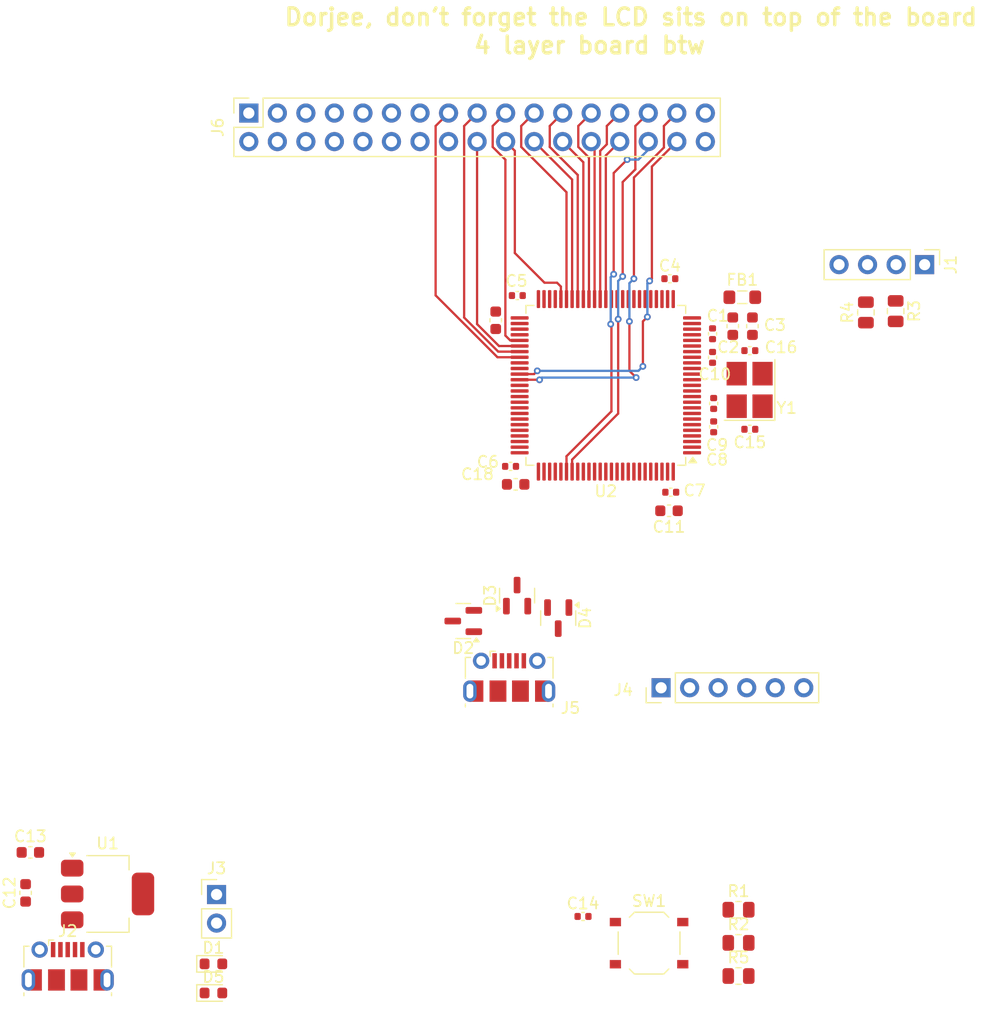
<source format=kicad_pcb>
(kicad_pcb (version 20241229) (generator "pcbnew") (generator_version "9.0")
  (layers (0 "F.Cu" signal) (4 "In1.Cu" signal) (6 "In2.Cu" signal) (2 "B.Cu" power) (13 "F.Paste" user) (15 "B.Paste" user) (5 "F.SilkS" user "F.Silkscreen") (7 "B.SilkS" user "B.Silkscreen") (1 "F.Mask" user) (3 "B.Mask" user) (25 "Edge.Cuts" user))
  (net 0 "")
  (net 1 "GND")
  (net 2 "+3.3VA")
  (net 3 "+3.3V")
  (net 4 "+5V")
  (net 5 "/SWD_NRST")
  (net 6 "/HSE_IN")
  (net 7 "/HSE_OUT")
  (net 8 "/VCAP1")
  (net 9 "/VCAP2")
  (net 10 "Net-(D1-K)")
  (net 11 "/USB_OTG_FS_VBUS")
  (net 12 "/USB_OTG_FS_D-")
  (net 13 "/USB_OTG_FS_D+")
  (net 14 "Net-(D5-A)")
  (net 15 "/USART2_RX")
  (net 16 "/USART2_TX")
  (net 26 "/SWDIO")
  (net 36 "/FMC_A16")
  (net 38 "/FMC_NOE")
  (net 39 "/LCD_NRST")
  (net 40 "/FMC_D12")
  (net 42 "/FMC_D14")
  (net 43 "/FMC_D13")
  (net 44 "/FMC_D9")
  (net 45 "/FMC_D6")
  (net 46 "/TP_SDI")
  (net 47 "/FMC_D8")
  (net 48 "/TP_IRQ")
  (net 49 "/FMC_NE1")
  (net 50 "/FMC_D7")
  (net 51 "/FMC_D3")
  (net 52 "/FMC_D15")
  (net 53 "/TP_SCK")
  (net 55 "/TP_CS")
  (net 56 "/FMC_D5")
  (net 57 "/BL_PWM")
  (net 58 "/FMC_D1")
  (net 59 "/TP_SDO")
  (net 60 "/FMC_D4")
  (net 61 "/FMC_D11")
  (net 62 "/FMC_D10")
  (net 63 "/FMC_D2")
  (net 64 "/FMC_NWE")
  (net 65 "/FMC_D0")
  (net 66 "/BOOT0")
  (net 67 "Net-(U2-PC9)")
  (net 109 "/SWDO")
  (net 110 "/SWDCLK")
  (net 113 "Net-(J1-Pin_3)")
  (net 114 "Net-(J1-Pin_2)")
  (footprint "Capacitor_SMD:C_0402_1005Metric" (layer "F.Cu") (at 192.5 77.5 -90)
    (property "Reference" "C9" (at 3.7 -0.3 0) (layer "F.SilkS"))
    (property "Value" "100n")
    (pad "1" smd roundrect (at -0.48 0 270) (size 0.56 0.62) (layers "F.Cu" "F.Mask" "F.Paste") (net 3 "+3.3V"))
    (pad "2" smd roundrect (at 0.48 0 270) (size 0.56 0.62) (layers "F.Cu" "F.Mask" "F.Paste") (net 1 "GND"))
  )
  (footprint "Capacitor_SMD:C_0603_1608Metric" (layer "F.Cu") (at 131.675 117.45)
    (property "Reference" "C13" (at 0 -1.43 0) (layer "F.SilkS"))
    (property "Value" "22u")
    (pad "1" smd roundrect (at -0.775 0) (size 0.9 0.95) (layers "F.Cu" "F.Mask" "F.Paste") (net 3 "+3.3V"))
    (pad "2" smd roundrect (at 0.775 0) (size 0.9 0.95) (layers "F.Cu" "F.Mask" "F.Paste") (net 1 "GND"))
  )
  (footprint "Button_Switch_SMD:SW_Push_1P1T_XKB_TS-1187A" (layer "F.Cu") (at 186.75 125.525)
    (property "Reference" "SW1" (at 0 -3.75 0) (layer "F.SilkS"))
    (property "Value" "SW_Push")
    (pad "1" smd rect (at -3 -1.875) (size 1 0.75) (layers "F.Cu" "F.Mask" "F.Paste") (net 1 "GND"))
    (pad "1" smd rect (at 3 -1.875) (size 1 0.75) (layers "F.Cu" "F.Mask" "F.Paste") (net 1 "GND"))
    (pad "2" smd rect (at -3 1.875) (size 1 0.75) (layers "F.Cu" "F.Mask" "F.Paste") (net 5 "/SWD_NRST"))
    (pad "2" smd rect (at 3 1.875) (size 1 0.75) (layers "F.Cu" "F.Mask" "F.Paste") (net 5 "/SWD_NRST"))
  )
  (footprint "Resistor_SMD:R_0805_2012Metric" (layer "F.Cu") (at 208.7 69.2875 -90)
    (property "Reference" "R3" (at 0 -1.65 90) (layer "F.SilkS"))
    (property "Value" "220R")
    (pad "1" smd roundrect (at -0.9125 0 270) (size 1.025 1.4) (layers "F.Cu" "F.Mask" "F.Paste") (roundrect_rratio 0.243902) (net 16 "/USART2_TX"))
    (pad "2" smd roundrect (at 0.9125 0 270) (size 1.025 1.4) (layers "F.Cu" "F.Mask" "F.Paste") (roundrect_rratio 0.243902) (net 114 "Net-(J1-Pin_2)"))
  )
  (footprint "Connector_USB:USB_Micro-B_Molex-105017-0001" (layer "F.Cu") (at 174.3 101.8625)
    (property "Reference" "J5" (at 5.45 2.7375 0) (layer "F.SilkS"))
    (property "Value" "USB_B_Micro")
    (pad "1" smd rect (at -1.3 -1.4625) (size 0.4 1.35) (layers "F.Cu" "F.Mask" "F.Paste") (net 11 "/USB_OTG_FS_VBUS"))
    (pad "2" smd rect (at -0.65 -1.4625) (size 0.4 1.35) (layers "F.Cu" "F.Mask" "F.Paste") (net 12 "/USB_OTG_FS_D-"))
    (pad "3" smd rect (at 0 -1.4625) (size 0.4 1.35) (layers "F.Cu" "F.Mask" "F.Paste") (net 13 "/USB_OTG_FS_D+"))
    (pad "4" smd rect (at 0.65 -1.4625) (size 0.4 1.35) (layers "F.Cu" "F.Mask" "F.Paste"))
    (pad "5" smd rect (at 1.3 -1.4625) (size 0.4 1.35) (layers "F.Cu" "F.Mask" "F.Paste") (net 1 "GND"))
    (pad "6" thru_hole oval (at -3.5 1.2375 180) (size 1.2 1.9) (drill oval 0.6 1.3) (property pad_prop_heatsink) (layers "*.Cu" "*.Mask"))
    (pad "6" smd rect (at -2.9 1.2375) (size 1.2 1.9) (layers "F.Cu" "F.Mask"))
    (pad "6" thru_hole circle (at -2.5 -1.4625) (size 1.45 1.45) (drill 0.85) (property pad_prop_heatsink) (layers "*.Cu" "*.Mask"))
    (pad "6" smd rect (at -1 1.2375) (size 1.5 1.9) (layers "F.Cu" "F.Mask" "F.Paste"))
    (pad "6" smd rect (at 1 1.2375) (size 1.5 1.9) (layers "F.Cu" "F.Mask" "F.Paste"))
    (pad "6" thru_hole circle (at 2.5 -1.4625) (size 1.45 1.45) (drill 0.85) (property pad_prop_heatsink) (layers "*.Cu" "*.Mask"))
    (pad "6" smd rect (at 2.9 1.2375) (size 1.2 1.9) (layers "F.Cu" "F.Mask"))
    (pad "6" thru_hole oval (at 3.5 1.2375) (size 1.2 1.9) (drill oval 0.6 1.3) (property pad_prop_heatsink) (layers "*.Cu" "*.Mask"))
  )
  (footprint "Capacitor_SMD:C_0402_1005Metric" (layer "F.Cu") (at 195.72 79.8 180)
    (property "Reference" "C15" (at 0 -1.16 0) (layer "F.SilkS"))
    (property "Value" "10p")
    (pad "1" smd roundrect (at -0.48 0 180) (size 0.56 0.62) (layers "F.Cu" "F.Mask" "F.Paste") (net 6 "/HSE_IN"))
    (pad "2" smd roundrect (at 0.48 0 180) (size 0.56 0.62) (layers "F.Cu" "F.Mask" "F.Paste") (net 1 "GND"))
  )
  (footprint "Resistor_SMD:R_0805_2012Metric" (layer "F.Cu") (at 194.7125 125.5)
    (property "Reference" "R2" (at 0 -1.65 0) (layer "F.SilkS"))
    (property "Value" "10k")
    (pad "1" smd roundrect (at -0.9125 0) (size 1.025 1.4) (layers "F.Cu" "F.Mask" "F.Paste") (roundrect_rratio 0.243902) (net 1 "GND"))
    (pad "2" smd roundrect (at 0.9125 0) (size 1.025 1.4) (layers "F.Cu" "F.Mask" "F.Paste") (roundrect_rratio 0.243902) (net 66 "/BOOT0"))
  )
  (footprint "Resistor_SMD:R_0805_2012Metric" (layer "F.Cu") (at 194.7125 128.45)
    (property "Reference" "R5" (at 0 -1.65 0) (layer "F.SilkS"))
    (property "Value" "1k")
    (pad "1" smd roundrect (at -0.9125 0) (size 1.025 1.4) (layers "F.Cu" "F.Mask" "F.Paste") (roundrect_rratio 0.243902) (net 67 "Net-(U2-PC9)"))
    (pad "2" smd roundrect (at 0.9125 0) (size 1.025 1.4) (layers "F.Cu" "F.Mask" "F.Paste") (roundrect_rratio 0.243902) (net 14 "Net-(D5-A)"))
  )
  (footprint "Crystal:Crystal_SMD_3225-4Pin_3.2x2.5mm_HandSoldering" (layer "F.Cu") (at 195.7 76.3 90)
    (property "Reference" "Y1" (at -1.6 3.3 0) (layer "F.SilkS"))
    (property "Value" "16MHz")
    (pad "1" smd rect (at -1.45 1.15 90) (size 2.1 1.8) (layers "F.Cu" "F.Mask" "F.Paste") (net 6 "/HSE_IN"))
    (pad "2" smd rect (at 1.45 1.15 90) (size 2.1 1.8) (layers "F.Cu" "F.Mask" "F.Paste") (net 1 "GND"))
    (pad "3" smd rect (at 1.45 -1.15 90) (size 2.1 1.8) (layers "F.Cu" "F.Mask" "F.Paste") (net 7 "/HSE_OUT"))
    (pad "4" smd rect (at -1.45 -1.15 90) (size 2.1 1.8) (layers "F.Cu" "F.Mask" "F.Paste") (net 1 "GND"))
  )
  (footprint "Capacitor_SMD:C_0603_1608Metric" (layer "F.Cu") (at 194.2 70.625 -90)
    (property "Reference" "C2" (at 1.865 0.4 180) (layer "F.SilkS"))
    (property "Value" "10u")
    (pad "1" smd roundrect (at -0.775 0 270) (size 0.9 0.95) (layers "F.Cu" "F.Mask" "F.Paste") (net 2 "+3.3VA"))
    (pad "2" smd roundrect (at 0.775 0 270) (size 0.9 0.95) (layers "F.Cu" "F.Mask" "F.Paste") (net 1 "GND"))
  )
  (footprint "Capacitor_SMD:C_0603_1608Metric" (layer "F.Cu") (at 131.25 121.05 90)
    (property "Reference" "C12" (at 0 -1.43 90) (layer "F.SilkS"))
    (property "Value" "22u")
    (pad "1" smd roundrect (at -0.775 0 90) (size 0.9 0.95) (layers "F.Cu" "F.Mask" "F.Paste") (net 4 "+5V"))
    (pad "2" smd roundrect (at 0.775 0 90) (size 0.9 0.95) (layers "F.Cu" "F.Mask" "F.Paste") (net 1 "GND"))
  )
  (footprint "LED_SMD:LED_0603_1608Metric" (layer "F.Cu") (at 147.97 127.37)
    (property "Reference" "D1" (at 0 -1.43 0) (layer "F.SilkS"))
    (property "Value" "RED")
    (pad "1" smd roundrect (at -0.7875 0) (size 0.875 0.95) (layers "F.Cu" "F.Mask" "F.Paste") (net 10 "Net-(D1-K)"))
    (pad "2" smd roundrect (at 0.7875 0) (size 0.875 0.95) (layers "F.Cu" "F.Mask" "F.Paste") (net 3 "+3.3V"))
  )
  (footprint "Capacitor_SMD:C_0402_1005Metric" (layer "F.Cu") (at 180.87 123.15)
    (property "Reference" "C14" (at 0 -1.16 0) (layer "F.SilkS"))
    (property "Value" "100n")
    (pad "1" smd roundrect (at -0.48 0) (size 0.56 0.62) (layers "F.Cu" "F.Mask" "F.Paste") (net 1 "GND"))
    (pad "2" smd roundrect (at 0.48 0) (size 0.56 0.62) (layers "F.Cu" "F.Mask" "F.Paste") (net 5 "/SWD_NRST"))
  )
  (footprint "Capacitor_SMD:C_0402_1005Metric" (layer "F.Cu") (at 192.5 79.58 90)
    (property "Reference" "C8" (at -2.92 0.3 0) (layer "F.SilkS"))
    (property "Value" "100n")
    (pad "1" smd roundrect (at -0.48 0 90) (size 0.56 0.62) (layers "F.Cu" "F.Mask" "F.Paste") (net 3 "+3.3V"))
    (pad "2" smd roundrect (at 0.48 0 90) (size 0.56 0.62) (layers "F.Cu" "F.Mask" "F.Paste") (net 1 "GND"))
  )
  (footprint "Package_TO_SOT_SMD:SOT-23" (layer "F.Cu") (at 170.2125 96.8625 180)
    (property "Reference" "D2" (at 0 -2.4 0) (layer "F.SilkS"))
    (property "Value" "P6SMB6.8")
    (pad "1" smd roundrect (at -0.9375 -0.95 180) (size 1.475 0.6) (layers "F.Cu" "F.Mask" "F.Paste") (net 1 "GND"))
    (pad "2" smd roundrect (at -0.9375 0.95 180) (size 1.475 0.6) (layers "F.Cu" "F.Mask" "F.Paste") (net 11 "/USB_OTG_FS_VBUS"))
    (pad "3" smd roundrect (at 0.9375 0 180) (size 1.475 0.6) (layers "F.Cu" "F.Mask" "F.Paste"))
  )
  (footprint "Capacitor_SMD:C_0402_1005Metric" (layer "F.Cu") (at 195.72 72.8)
    (property "Reference" "C16" (at 2.78 -0.3 0) (layer "F.SilkS"))
    (property "Value" "10p")
    (pad "1" smd roundrect (at -0.48 0) (size 0.56 0.62) (layers "F.Cu" "F.Mask" "F.Paste") (net 7 "/HSE_OUT"))
    (pad "2" smd roundrect (at 0.48 0) (size 0.56 0.62) (layers "F.Cu" "F.Mask" "F.Paste") (net 1 "GND"))
  )
  (footprint "Capacitor_SMD:C_0603_1608Metric" (layer "F.Cu") (at 174.875 84.7 180)
    (property "Reference" "C18" (at 3.4 0.9 180) (layer "F.SilkS"))
    (property "Value" "2u2")
    (pad "1" smd roundrect (at -0.775 0 180) (size 0.9 0.95) (layers "F.Cu" "F.Mask" "F.Paste") (net 9 "/VCAP2"))
    (pad "2" smd roundrect (at 0.775 0 180) (size 0.9 0.95) (layers "F.Cu" "F.Mask" "F.Paste") (net 1 "GND"))
  )
  (footprint "LED_SMD:LED_0603_1608Metric" (layer "F.Cu") (at 147.97 129.96)
    (property "Reference" "D5" (at 0 -1.43 0) (layer "F.SilkS"))
    (property "Value" "GREEN")
    (pad "1" smd roundrect (at -0.7875 0) (size 0.875 0.95) (layers "F.Cu" "F.Mask" "F.Paste") (net 1 "GND"))
    (pad "2" smd roundrect (at 0.7875 0) (size 0.875 0.95) (layers "F.Cu" "F.Mask" "F.Paste") (net 14 "Net-(D5-A)"))
  )
  (footprint "Package_TO_SOT_SMD:SOT-23" (layer "F.Cu") (at 178.6625 96.6 -90)
    (property "Reference" "D4" (at 0 -2.4 90) (layer "F.SilkS"))
    (property "Value" "P6SMB6.8")
    (pad "1" smd roundrect (at -0.9375 -0.95 270) (size 1.475 0.6) (layers "F.Cu" "F.Mask" "F.Paste") (net 1 "GND"))
    (pad "2" smd roundrect (at -0.9375 0.95 270) (size 1.475 0.6) (layers "F.Cu" "F.Mask" "F.Paste") (net 13 "/USB_OTG_FS_D+"))
    (pad "3" smd roundrect (at 0.9375 0 270) (size 1.475 0.6) (layers "F.Cu" "F.Mask" "F.Paste"))
  )
  (footprint "Capacitor_SMD:C_0402_1005Metric" (layer "F.Cu") (at 175.02 67.9 180)
    (property "Reference" "C5" (at 0.07 1.3 0) (layer "F.SilkS"))
    (property "Value" "100n")
    (pad "1" smd roundrect (at -0.48 0 180) (size 0.56 0.62) (layers "F.Cu" "F.Mask" "F.Paste") (net 3 "+3.3V"))
    (pad "2" smd roundrect (at 0.48 0 180) (size 0.56 0.62) (layers "F.Cu" "F.Mask" "F.Paste") (net 1 "GND"))
  )
  (footprint "Connector_USB:USB_Micro-B_Molex-105017-0001" (layer "F.Cu") (at 135 127.5625)
    (property "Reference" "J2" (at 0 -3.1125 0) (layer "F.SilkS"))
    (property "Value" "USB_B_Micro")
    (pad "1" smd rect (at -1.3 -1.4625) (size 0.4 1.35) (layers "F.Cu" "F.Mask" "F.Paste") (net 4 "+5V"))
    (pad "2" smd rect (at -0.65 -1.4625) (size 0.4 1.35) (layers "F.Cu" "F.Mask" "F.Paste"))
    (pad "3" smd rect (at 0 -1.4625) (size 0.4 1.35) (layers "F.Cu" "F.Mask" "F.Paste"))
    (pad "4" smd rect (at 0.65 -1.4625) (size 0.4 1.35) (layers "F.Cu" "F.Mask" "F.Paste"))
    (pad "5" smd rect (at 1.3 -1.4625) (size 0.4 1.35) (layers "F.Cu" "F.Mask" "F.Paste") (net 1 "GND"))
    (pad "6" thru_hole oval (at -3.5 1.2375 180) (size 1.2 1.9) (drill oval 0.6 1.3) (property pad_prop_heatsink) (layers "*.Cu" "*.Mask"))
    (pad "6" smd rect (at -2.9 1.2375) (size 1.2 1.9) (layers "F.Cu" "F.Mask"))
    (pad "6" thru_hole circle (at -2.5 -1.4625) (size 1.45 1.45) (drill 0.85) (property pad_prop_heatsink) (layers "*.Cu" "*.Mask"))
    (pad "6" smd rect (at -1 1.2375) (size 1.5 1.9) (layers "F.Cu" "F.Mask" "F.Paste"))
    (pad "6" smd rect (at 1 1.2375) (size 1.5 1.9) (layers "F.Cu" "F.Mask" "F.Paste"))
    (pad "6" thru_hole circle (at 2.5 -1.4625) (size 1.45 1.45) (drill 0.85) (property pad_prop_heatsink) (layers "*.Cu" "*.Mask"))
    (pad "6" smd rect (at 2.9 1.2375) (size 1.2 1.9) (layers "F.Cu" "F.Mask"))
    (pad "6" thru_hole oval (at 3.5 1.2375) (size 1.2 1.9) (drill oval 0.6 1.3) (property pad_prop_heatsink) (layers "*.Cu" "*.Mask"))
  )
  (footprint "Package_QFP:LQFP-100_14x14mm_P0.5mm" (layer "F.Cu") (at 182.9 75.89 180)
    (property "Reference" "U2" (at 0 -9.42 0) (layer "F.SilkS"))
    (property "Value" "STM32F429VITx")
    (pad "1" smd roundrect (at -7.675 -6 180) (size 1.6 0.3) (layers "F.Cu" "F.Mask" "F.Paste"))
    (pad "2" smd roundrect (at -7.675 -5.5 180) (size 1.6 0.3) (layers "F.Cu" "F.Mask" "F.Paste"))
    (pad "3" smd roundrect (at -7.675 -5 180) (size 1.6 0.3) (layers "F.Cu" "F.Mask" "F.Paste"))
    (pad "4" smd roundrect (at -7.675 -4.5 180) (size 1.6 0.3) (layers "F.Cu" "F.Mask" "F.Paste"))
    (pad "5" smd roundrect (at -7.675 -4 180) (size 1.6 0.3) (layers "F.Cu" "F.Mask" "F.Paste"))
    (pad "6" smd roundrect (at -7.675 -3.5 180) (size 1.6 0.3) (layers "F.Cu" "F.Mask" "F.Paste") (net 3 "+3.3V"))
    (pad "7" smd roundrect (at -7.675 -3 180) (size 1.6 0.3) (layers "F.Cu" "F.Mask" "F.Paste"))
    (pad "8" smd roundrect (at -7.675 -2.5 180) (size 1.6 0.3) (layers "F.Cu" "F.Mask" "F.Paste"))
    (pad "9" smd roundrect (at -7.675 -2 180) (size 1.6 0.3) (layers "F.Cu" "F.Mask" "F.Paste"))
    (pad "10" smd roundrect (at -7.675 -1.5 180) (size 1.6 0.3) (layers "F.Cu" "F.Mask" "F.Paste") (net 1 "GND"))
    (pad "11" smd roundrect (at -7.675 -1 180) (size 1.6 0.3) (layers "F.Cu" "F.Mask" "F.Paste") (net 3 "+3.3V"))
    (pad "12" smd roundrect (at -7.675 -0.5 180) (size 1.6 0.3) (layers "F.Cu" "F.Mask" "F.Paste") (net 6 "/HSE_IN"))
    (pad "13" smd roundrect (at -7.675 0 180) (size 1.6 0.3) (layers "F.Cu" "F.Mask" "F.Paste") (net 7 "/HSE_OUT"))
    (pad "14" smd roundrect (at -7.675 0.5 180) (size 1.6 0.3) (layers "F.Cu" "F.Mask" "F.Paste") (net 5 "/SWD_NRST"))
    (pad "15" smd roundrect (at -7.675 1 180) (size 1.6 0.3) (layers "F.Cu" "F.Mask" "F.Paste"))
    (pad "16" smd roundrect (at -7.675 1.5 180) (size 1.6 0.3) (layers "F.Cu" "F.Mask" "F.Paste"))
    (pad "17" smd roundrect (at -7.675 2 180) (size 1.6 0.3) (layers "F.Cu" "F.Mask" "F.Paste"))
    (pad "18" smd roundrect (at -7.675 2.5 180) (size 1.6 0.3) (layers "F.Cu" "F.Mask" "F.Paste"))
    (pad "19" smd roundrect (at -7.675 3 180) (size 1.6 0.3) (layers "F.Cu" "F.Mask" "F.Paste") (net 3 "+3.3V"))
    (pad "20" smd roundrect (at -7.675 3.5 180) (size 1.6 0.3) (layers "F.Cu" "F.Mask" "F.Paste") (net 1 "GND"))
    (pad "21" smd roundrect (at -7.675 4 180) (size 1.6 0.3) (layers "F.Cu" "F.Mask" "F.Paste") (net 2 "+3.3VA"))
    (pad "22" smd roundrect (at -7.675 4.5 180) (size 1.6 0.3) (layers "F.Cu" "F.Mask" "F.Paste") (net 2 "+3.3VA"))
    (pad "23" smd roundrect (at -7.675 5 180) (size 1.6 0.3) (layers "F.Cu" "F.Mask" "F.Paste"))
    (pad "24" smd roundrect (at -7.675 5.5 180) (size 1.6 0.3) (layers "F.Cu" "F.Mask" "F.Paste") (net 57 "/BL_PWM"))
    (pad "25" smd roundrect (at -7.675 6 180) (size 1.6 0.3) (layers "F.Cu" "F.Mask" "F.Paste") (net 16 "/USART2_TX"))
    (pad "26" smd roundrect (at -6 7.675 180) (size 0.3 1.6) (layers "F.Cu" "F.Mask" "F.Paste") (net 15 "/USART2_RX"))
    (pad "27" smd roundrect (at -5.5 7.675 180) (size 0.3 1.6) (layers "F.Cu" "F.Mask" "F.Paste") (net 1 "GND"))
    (pad "28" smd roundrect (at -5 7.675 180) (size 0.3 1.6) (layers "F.Cu" "F.Mask" "F.Paste") (net 3 "+3.3V"))
    (pad "29" smd roundrect (at -4.5 7.675 180) (size 0.3 1.6) (layers "F.Cu" "F.Mask" "F.Paste") (net 55 "/TP_CS"))
    (pad "30" smd roundrect (at -4 7.675 180) (size 0.3 1.6) (layers "F.Cu" "F.Mask" "F.Paste") (net 53 "/TP_SCK"))
    (pad "31" smd roundrect (at -3.5 7.675 180) (size 0.3 1.6) (layers "F.Cu" "F.Mask" "F.Paste") (net 59 "/TP_SDO"))
    (pad "32" smd roundrect (at -3 7.675 180) (size 0.3 1.6) (layers "F.Cu" "F.Mask" "F.Paste") (net 46 "/TP_SDI"))
    (pad "33" smd roundrect (at -2.5 7.675 180) (size 0.3 1.6) (layers "F.Cu" "F.Mask" "F.Paste") (net 48 "/TP_IRQ"))
    (pad "34" smd roundrect (at -2 7.675 180) (size 0.3 1.6) (layers "F.Cu" "F.Mask" "F.Paste"))
    (pad "35" smd roundrect (at -1.5 7.675 180) (size 0.3 1.6) (layers "F.Cu" "F.Mask" "F.Paste"))
    (pad "36" smd roundrect (at -1 7.675 180) (size 0.3 1.6) (layers "F.Cu" "F.Mask" "F.Paste"))
    (pad "37" smd roundrect (at -0.5 7.675 180) (size 0.3 1.6) (layers "F.Cu" "F.Mask" "F.Paste"))
    (pad "38" smd roundrect (at 0 7.675 180) (size 0.3 1.6) (layers "F.Cu" "F.Mask" "F.Paste") (net 60 "/FMC_D4"))
    (pad "39" smd roundrect (at 0.5 7.675 180) (size 0.3 1.6) (layers "F.Cu" "F.Mask" "F.Paste") (net 56 "/FMC_D5"))
    (pad "40" smd roundrect (at 1 7.675 180) (size 0.3 1.6) (layers "F.Cu" "F.Mask" "F.Paste") (net 45 "/FMC_D6"))
    (pad "41" smd roundrect (at 1.5 7.675 180) (size 0.3 1.6) (layers "F.Cu" "F.Mask" "F.Paste") (net 50 "/FMC_D7"))
    (pad "42" smd roundrect (at 2 7.675 180) (size 0.3 1.6) (layers "F.Cu" "F.Mask" "F.Paste") (net 47 "/FMC_D8"))
    (pad "43" smd roundrect (at 2.5 7.675 180) (size 0.3 1.6) (layers "F.Cu" "F.Mask" "F.Paste") (net 44 "/FMC_D9"))
    (pad "44" smd roundrect (at 3 7.675 180) (size 0.3 1.6) (layers "F.Cu" "F.Mask" "F.Paste") (net 62 "/FMC_D10"))
    (pad "45" smd roundrect (at 3.5 7.675 180) (size 0.3 1.6) (layers "F.Cu" "F.Mask" "F.Paste") (net 61 "/FMC_D11"))
    (pad "46" smd roundrect (at 4 7.675 180) (size 0.3 1.6) (layers "F.Cu" "F.Mask" "F.Paste") (net 40 "/FMC_D12"))
    (pad "47" smd roundrect (at 4.5 7.675 180) (size 0.3 1.6) (layers "F.Cu" "F.Mask" "F.Paste"))
    (pad "48" smd roundrect (at 5 7.675 180) (size 0.3 1.6) (layers "F.Cu" "F.Mask" "F.Paste"))
    (pad "49" smd roundrect (at 5.5 7.675 180) (size 0.3 1.6) (layers "F.Cu" "F.Mask" "F.Paste") (net 8 "/VCAP1"))
    (pad "50" smd roundrect (at 6 7.675 180) (size 0.3 1.6) (layers "F.Cu" "F.Mask" "F.Paste") (net 3 "+3.3V"))
    (pad "51" smd roundrect (at 7.675 6 180) (size 1.6 0.3) (layers "F.Cu" "F.Mask" "F.Paste"))
    (pad "52" smd roundrect (at 7.675 5.5 180) (size 1.6 0.3) (layers "F.Cu" "F.Mask" "F.Paste"))
    (pad "53" smd roundrect (at 7.675 5 180) (size 1.6 0.3) (layers "F.Cu" "F.Mask" "F.Paste"))
    (pad "54" smd roundrect (at 7.675 4.5 180) (size 1.6 0.3) (layers "F.Cu" "F.Mask" "F.Paste"))
    (pad "55" smd roundrect (at 7.675 4 180) (size 1.6 0.3) (layers "F.Cu" "F.Mask" "F.Paste") (net 43 "/FMC_D13"))
    (pad "56" smd roundrect (at 7.675 3.5 180) (size 1.6 0.3) (layers "F.Cu" "F.Mask" "F.Paste") (net 42 "/FMC_D14"))
    (pad "57" smd roundrect (at 7.675 3 180) (size 1.6 0.3) (layers "F.Cu" "F.Mask" "F.Paste") (net 52 "/FMC_D15"))
    (pad "58" smd roundrect (at 7.675 2.5 180) (size 1.6 0.3) (layers "F.Cu" "F.Mask" "F.Paste") (net 36 "/FMC_A16"))
    (pad "59" smd roundrect (at 7.675 2 180) (size 1.6 0.3) (layers "F.Cu" "F.Mask" "F.Paste"))
    (pad "60" smd roundrect (at 7.675 1.5 180) (size 1.6 0.3) (layers "F.Cu" "F.Mask" "F.Paste"))
    (pad "61" smd roundrect (at 7.675 1 180) (size 1.6 0.3) (layers "F.Cu" "F.Mask" "F.Paste") (net 65 "/FMC_D0"))
    (pad "62" smd roundrect (at 7.675 0.5 180) (size 1.6 0.3) (layers "F.Cu" "F.Mask" "F.Paste") (net 58 "/FMC_D1"))
    (pad "63" smd roundrect (at 7.675 0 180) (size 1.6 0.3) (layers "F.Cu" "F.Mask" "F.Paste"))
    (pad "64" smd roundrect (at 7.675 -0.5 180) (size 1.6 0.3) (layers "F.Cu" "F.Mask" "F.Paste"))
    (pad "65" smd roundrect (at 7.675 -1 180) (size 1.6 0.3) (layers "F.Cu" "F.Mask" "F.Paste"))
    (pad "66" smd roundrect (at 7.675 -1.5 180) (size 1.6 0.3) (layers "F.Cu" "F.Mask" "F.Paste") (net 67 "Net-(U2-PC9)"))
    (pad "67" smd roundrect (at 7.675 -2 180) (size 1.6 0.3) (layers "F.Cu" "F.Mask" "F.Paste"))
    (pad "68" smd roundrect (at 7.675 -2.5 180) (size 1.6 0.3) (layers "F.Cu" "F.Mask" "F.Paste") (net 11 "/USB_OTG_FS_VBUS"))
    (pad "69" smd roundrect (at 7.675 -3 180) (size 1.6 0.3) (layers "F.Cu" "F.Mask" "F.Paste"))
    (pad "70" smd roundrect (at 7.675 -3.5 180) (size 1.6 0.3) (layers "F.Cu" "F.Mask" "F.Paste") (net 12 "/USB_OTG_FS_D-"))
    (pad "71" smd roundrect (at 7.675 -4 180) (size 1.6 0.3) (layers "F.Cu" "F.Mask" "F.Paste") (net 13 "/USB_OTG_FS_D+"))
    (pad "72" smd roundrect (at 7.675 -4.5 180) (size 1.6 0.3) (layers "F.Cu" "F.Mask" "F.Paste") (net 26 "/SWDIO"))
    (pad "73" smd roundrect (at 7.675 -5 180) (size 1.6 0.3) (layers "F.Cu" "F.Mask" "F.Paste") (net 9 "/VCAP2"))
    (pad "74" smd roundrect (at 7.675 -5.5 180) (size 1.6 0.3) (layers "F.Cu" "F.Mask" "F.Paste") (net 1 "GND"))
    (pad "75" smd roundrect (at 7.675 -6 180) (size 1.6 0.3) (layers "F.Cu" "F.Mask" "F.Paste") (net 3 "+3.3V"))
    (pad "76" smd roundrect (at 6 -7.675 180) (size 0.3 1.6) (layers "F.Cu" "F.Mask" "F.Paste") (net 110 "/SWDCLK"))
    (pad "77" smd roundrect (at 5.5 -7.675 180) (size 0.3 1.6) (layers "F.Cu" "F.Mask" "F.Paste"))
    (pad "78" smd roundrect (at 5 -7.675 180) (size 0.3 1.6) (layers "F.Cu" "F.Mask" "F.Paste"))
    (pad "79" smd roundrect (at 4.5 -7.675 180) (size 0.3 1.6) (layers "F.Cu" "F.Mask" "F.Paste"))
    (pad "80" smd roundrect (at 4 -7.675 180) (size 0.3 1.6) (layers "F.Cu" "F.Mask" "F.Paste"))
    (pad "81" smd roundrect (at 3.5 -7.675 180) (size 0.3 1.6) (layers "F.Cu" "F.Mask" "F.Paste") (net 63 "/FMC_D2"))
    (pad "82" smd roundrect (at 3 -7.675 180) (size 0.3 1.6) (layers "F.Cu" "F.Mask" "F.Paste") (net 51 "/FMC_D3"))
    (pad "83" smd roundrect (at 2.5 -7.675 180) (size 0.3 1.6) (layers "F.Cu" "F.Mask" "F.Paste"))
    (pad "84" smd roundrect (at 2 -7.675 180) (size 0.3 1.6) (layers "F.Cu" "F.Mask" "F.Paste"))
    (pad "85" smd roundrect (at 1.5 -7.675 180) (size 0.3 1.6) (layers "F.Cu" "F.Mask" "F.Paste") (net 38 "/FMC_NOE"))
    (pad "86" smd roundrect (at 1 -7.675 180) (size 0.3 1.6) (layers "F.Cu" "F.Mask" "F.Paste") (net 64 "/FMC_NWE"))
    (pad "87" smd roundrect (at 0.5 -7.675 180) (size 0.3 1.6) (layers "F.Cu" "F.Mask" "F.Paste") (net 39 "/LCD_NRST"))
    (pad "88" smd roundrect (at 0 -7.675 180) (size 0.3 1.6) (layers "F.Cu" "F.Mask" "F.Paste") (net 49 "/FMC_NE1"))
    (pad "89" smd roundrect (at -0.5 -7.675 180) (size 0.3 1.6) (layers "F.Cu" "F.Mask" "F.Paste") (net 109 "/SWDO"))
    (pad "90" smd roundrect (at -1 -7.675 180) (size 0.3 1.6) (layers "F.Cu" "F.Mask" "F.Paste"))
    (pad "91" smd roundrect (at -1.5 -7.675 180) (size 0.3 1.6) (layers "F.Cu" "F.Mask" "F.Paste"))
    (pad "92" smd roundrect (at -2 -7.675 180) (size 0.3 1.6) (layers "F.Cu" "F.Mask" "F.Paste"))
    (pad "93" smd roundrect (at -2.5 -7.675 180) (size 0.3 1.6) (layers "F.Cu" "F.Mask" "F.Paste"))
    (pad "94" smd roundrect (at -3 -7.675 180) (size 0.3 1.6) (layers "F.Cu" "F.Mask" "F.Paste") (net 66 "/BOOT0"))
    (pad "95" smd roundrect (at -3.5 -7.675 180) (size 0.3 1.6) (layers "F.Cu" "F.Mask" "F.Paste"))
    (pad "96" smd roundrect (at -4 -7.675 180) (size 0.3 1.6) (layers "F.Cu" "F.Mask" "F.Paste"))
    (pad "97" smd roundrect (at -4.5 -7.675 180) (size 0.3 1.6) (layers "F.Cu" "F.Mask" "F.Paste"))
    (pad "98" smd roundrect (at -5 -7.675 180) (size 0.3 1.6) (layers "F.Cu" "F.Mask" "F.Paste"))
    (pad "99" smd roundrect (at -5.5 -7.675 180) (size 0.3 1.6) (layers "F.Cu" "F.Mask" "F.Paste") (net 1 "GND"))
    (pad "100" smd roundrect (at -6 -7.675 180) (size 0.3 1.6) (layers "F.Cu" "F.Mask" "F.Paste") (net 3 "+3.3V"))
  )
  (footprint "Package_TO_SOT_SMD:SOT-223-3_TabPin2" (layer "F.Cu") (at 138.55 121.15)
    (property "Reference" "U1" (at 0 -4.5 0) (layer "F.SilkS"))
    (property "Value" "AMS1117-3.3")
    (pad "1" smd roundrect (at -3.15 -2.3) (size 2 1.5) (layers "F.Cu" "F.Mask" "F.Paste") (net 1 "GND"))
    (pad "2" smd roundrect (at -3.15 0) (size 2 1.5) (layers "F.Cu" "F.Mask" "F.Paste") (net 3 "+3.3V"))
    (pad "2" smd roundrect (at 3.15 0) (size 2 3.8) (layers "F.Cu" "F.Mask" "F.Paste") (net 3 "+3.3V"))
    (pad "3" smd roundrect (at -3.15 2.3) (size 2 1.5) (layers "F.Cu" "F.Mask" "F.Paste") (net 4 "+5V"))
  )
  (footprint "Capacitor_SMD:C_0402_1005Metric" (layer "F.Cu") (at 188.6 66.4)
    (property "Reference" "C4" (at 0 -1.16 0) (layer "F.SilkS"))
    (property "Value" "100n")
    (pad "1" smd roundrect (at -0.48 0) (size 0.56 0.62) (layers "F.Cu" "F.Mask" "F.Paste") (net 3 "+3.3V"))
    (pad "2" smd roundrect (at 0.48 0) (size 0.56 0.62) (layers "F.Cu" "F.Mask" "F.Paste") (net 1 "GND"))
  )
  (footprint "Capacitor_SMD:C_0402_1005Metric" (layer "F.Cu") (at 192.4 71.3 -90)
    (property "Reference" "C1" (at -1.6 -0.46 0) (layer "F.SilkS"))
    (property "Value" "100n")
    (pad "1" smd roundrect (at -0.48 0 270) (size 0.56 0.62) (layers "F.Cu" "F.Mask" "F.Paste") (net 2 "+3.3VA"))
    (pad "2" smd roundrect (at 0.48 0 270) (size 0.56 0.62) (layers "F.Cu" "F.Mask" "F.Paste") (net 1 "GND"))
  )
  (footprint "Connector_PinHeader_2.54mm:PinHeader_1x02_P2.54mm_Vertical" (layer "F.Cu") (at 148.25 121.2)
    (property "Reference" "J3" (at 0 -2.33 0) (layer "F.SilkS"))
    (property "Value" "Conn_01x02")
    (pad "1" thru_hole rect (at 0 0) (size 1.7 1.7) (drill 1) (layers "*.Cu" "*.Mask") (net 4 "+5V"))
    (pad "2" thru_hole oval (at 0 2.54) (size 1.7 1.7) (drill 1) (layers "*.Cu" "*.Mask") (net 1 "GND"))
  )
  (footprint "Capacitor_SMD:C_0402_1005Metric" (layer "F.Cu") (at 188.68 85.4 180)
    (property "Reference" "C7" (at -2.12 0.15 0) (layer "F.SilkS"))
    (property "Value" "100n")
    (pad "1" smd roundrect (at -0.48 0 180) (size 0.56 0.62) (layers "F.Cu" "F.Mask" "F.Paste") (net 3 "+3.3V"))
    (pad "2" smd roundrect (at 0.48 0 180) (size 0.56 0.62) (layers "F.Cu" "F.Mask" "F.Paste") (net 1 "GND"))
  )
  (footprint "Connector_PinHeader_2.54mm:PinHeader_1x06_P2.54mm_Vertical" (layer "F.Cu") (at 187.82 102.8 90)
    (property "Reference" "J4" (at -0.2 -3.37 0) (layer "F.SilkS"))
    (property "Value" "Conn_01x06")
    (pad "1" thru_hole rect (at 0 0 90) (size 1.7 1.7) (drill 1) (layers "*.Cu" "*.Mask") (net 3 "+3.3V"))
    (pad "2" thru_hole oval (at 0 2.54 90) (size 1.7 1.7) (drill 1) (layers "*.Cu" "*.Mask") (net 5 "/SWD_NRST"))
    (pad "3" thru_hole oval (at 0 5.08 90) (size 1.7 1.7) (drill 1) (layers "*.Cu" "*.Mask") (net 26 "/SWDIO"))
    (pad "4" thru_hole oval (at 0 7.62 90) (size 1.7 1.7) (drill 1) (layers "*.Cu" "*.Mask") (net 110 "/SWDCLK"))
    (pad "5" thru_hole oval (at 0 10.16 90) (size 1.7 1.7) (drill 1) (layers "*.Cu" "*.Mask") (net 109 "/SWDO"))
    (pad "6" thru_hole oval (at 0 12.7 90) (size 1.7 1.7) (drill 1) (layers "*.Cu" "*.Mask") (net 1 "GND"))
  )
  (footprint "Connector_PinHeader_2.54mm:PinHeader_1x04_P2.54mm_Vertical" (layer "F.Cu") (at 211.28 65.15 -90)
    (property "Reference" "J1" (at 0 -2.33 90) (layer "F.SilkS"))
    (property "Value" "Conn_01x04")
    (pad "1" thru_hole rect (at 0 0 270) (size 1.7 1.7) (drill 1) (layers "*.Cu" "*.Mask") (net 3 "+3.3V"))
    (pad "2" thru_hole oval (at 0 2.54 270) (size 1.7 1.7) (drill 1) (layers "*.Cu" "*.Mask") (net 114 "Net-(J1-Pin_2)"))
    (pad "3" thru_hole oval (at 0 5.08 270) (size 1.7 1.7) (drill 1) (layers "*.Cu" "*.Mask") (net 113 "Net-(J1-Pin_3)"))
    (pad "4" thru_hole oval (at 0 7.62 270) (size 1.7 1.7) (drill 1) (layers "*.Cu" "*.Mask") (net 1 "GND"))
  )
  (footprint "Capacitor_SMD:C_0402_1005Metric" (layer "F.Cu") (at 174.42 83.1 180)
    (property "Reference" "C6" (at 2.02 0.4 0) (layer "F.SilkS"))
    (property "Value" "100n")
    (pad "1" smd roundrect (at -0.48 0 180) (size 0.56 0.62) (layers "F.Cu" "F.Mask" "F.Paste") (net 3 "+3.3V"))
    (pad "2" smd roundrect (at 0.48 0 180) (size 0.56 0.62) (layers "F.Cu" "F.Mask" "F.Paste") (net 1 "GND"))
  )
  (footprint "Capacitor_SMD:C_0402_1005Metric" (layer "F.Cu") (at 192.4 73.4 90)
    (property "Reference" "C10" (at -1.5 0.2 0) (layer "F.SilkS"))
    (property "Value" "100n")
    (pad "1" smd roundrect (at -0.48 0 90) (size 0.56 0.62) (layers "F.Cu" "F.Mask" "F.Paste") (net 3 "+3.3V"))
    (pad "2" smd roundrect (at 0.48 0 90) (size 0.56 0.62) (layers "F.Cu" "F.Mask" "F.Paste") (net 1 "GND"))
  )
  (footprint "Capacitor_SMD:C_0603_1608Metric" (layer "F.Cu") (at 195.95 70.625 -90)
    (property "Reference" "C3" (at -0.1 -2 0) (layer "F.SilkS"))
    (property "Value" "1u")
    (pad "1" smd roundrect (at -0.775 0 270) (size 0.9 0.95) (layers "F.Cu" "F.Mask" "F.Paste") (net 3 "+3.3V"))
    (pad "2" smd roundrect (at 0.775 0 270) (size 0.9 0.95) (layers "F.Cu" "F.Mask" "F.Paste") (net 1 "GND"))
  )
  (footprint "Inductor_SMD:L_0805_2012Metric_Pad1.05x1.20mm_HandSolder" (layer "F.Cu") (at 195.05 68.05)
    (property "Reference" "FB1" (at 0 -1.55 0) (layer "F.SilkS"))
    (property "Value" "120R")
    (pad "1" smd roundrect (at -1.15 0) (size 1.05 1.2) (layers "F.Cu" "F.Mask" "F.Paste") (roundrect_rratio 0.238095) (net 2 "+3.3VA"))
    (pad "2" smd roundrect (at 1.15 0) (size 1.05 1.2) (layers "F.Cu" "F.Mask" "F.Paste") (roundrect_rratio 0.238095) (net 3 "+3.3V"))
  )
  (footprint "Capacitor_SMD:C_0603_1608Metric" (layer "F.Cu") (at 188.525 87.05 180)
    (property "Reference" "C11" (at 0 -1.43 0) (layer "F.SilkS"))
    (property "Value" "10u")
    (pad "1" smd roundrect (at -0.775 0 180) (size 0.9 0.95) (layers "F.Cu" "F.Mask" "F.Paste") (net 3 "+3.3V"))
    (pad "2" smd roundrect (at 0.775 0 180) (size 0.9 0.95) (layers "F.Cu" "F.Mask" "F.Paste") (net 1 "GND"))
  )
  (footprint "Package_TO_SOT_SMD:SOT-23" (layer "F.Cu") (at 175 94.6 90)
    (property "Reference" "D3" (at 0 -2.4 90) (layer "F.SilkS"))
    (property "Value" "P6SMB6.8")
    (pad "1" smd roundrect (at -0.9375 -0.95 90) (size 1.475 0.6) (layers "F.Cu" "F.Mask" "F.Paste") (net 1 "GND"))
    (pad "2" smd roundrect (at -0.9375 0.95 90) (size 1.475 0.6) (layers "F.Cu" "F.Mask" "F.Paste") (net 12 "/USB_OTG_FS_D-"))
    (pad "3" smd roundrect (at 0.9375 0 90) (size 1.475 0.6) (layers "F.Cu" "F.Mask" "F.Paste"))
  )
  (footprint "Capacitor_SMD:C_0603_1608Metric" (layer "F.Cu") (at 173.1 70.1 -90)
    (property "Reference" "C17" (hide yes))
    (property "Value" "2u2")
    (pad "1" smd roundrect (at -0.775 0 270) (size 0.9 0.95) (layers "F.Cu" "F.Mask" "F.Paste") (net 8 "/VCAP1"))
    (pad "2" smd roundrect (at 0.775 0 270) (size 0.9 0.95) (layers "F.Cu" "F.Mask" "F.Paste") (net 1 "GND"))
  )
  (footprint "Resistor_SMD:R_0805_2012Metric" (layer "F.Cu") (at 206.05 69.4 90)
    (property "Reference" "R4" (at 0 -1.65 90) (layer "F.SilkS"))
    (property "Value" "220R")
    (pad "1" smd roundrect (at -0.9125 0 90) (size 1.025 1.4) (layers "F.Cu" "F.Mask" "F.Paste") (roundrect_rratio 0.243902) (net 15 "/USART2_RX"))
    (pad "2" smd roundrect (at 0.9125 0 90) (size 1.025 1.4) (layers "F.Cu" "F.Mask" "F.Paste") (roundrect_rratio 0.243902) (net 113 "Net-(J1-Pin_3)"))
  )
  (footprint "Resistor_SMD:R_0805_2012Metric" (layer "F.Cu") (at 194.7125 122.55)
    (property "Reference" "R1" (at 0 -1.65 0) (layer "F.SilkS"))
    (property "Value" "1k")
    (pad "1" smd roundrect (at -0.9125 0) (size 1.025 1.4) (layers "F.Cu" "F.Mask" "F.Paste") (roundrect_rratio 0.243902) (net 10 "Net-(D1-K)"))
    (pad "2" smd roundrect (at 0.9125 0) (size 1.025 1.4) (layers "F.Cu" "F.Mask" "F.Paste") (roundrect_rratio 0.243902) (net 1 "GND"))
  )
  (footprint "Connector_PinSocket_2.54mm:PinSocket_2x17_P2.54mm_Vertical" (layer "F.Cu") (at 151.12 51.66 90)
    (property "Reference" "J6" (at -1.27 -2.77 90) (layer "F.SilkS"))
    (property "Value" "2x17 odd-even connector")
    (pad "1" thru_hole rect (at 0 0 90) (size 1.7 1.7) (drill 1) (layers "*.Cu" "*.Mask") (net 1 "GND"))
    (pad "2" thru_hole oval (at -2.54 0 90) (size 1.7 1.7) (drill 1) (layers "*.Cu" "*.Mask") (net 3 "+3.3V"))
    (pad "3" thru_hole oval (at 0 2.54 90) (size 1.7 1.7) (drill 1) (layers "*.Cu" "*.Mask") (net 59 "/TP_SDO"))
    (pad "4" thru_hole oval (at -2.54 2.54 90) (size 1.7 1.7) (drill 1) (layers "*.Cu" "*.Mask") (net 46 "/TP_SDI"))
    (pad "5" thru_hole oval (at 0 5.08 90) (size 1.7 1.7) (drill 1) (layers "*.Cu" "*.Mask") (net 53 "/TP_SCK"))
    (pad "6" thru_hole oval (at -2.54 5.08 90) (size 1.7 1.7) (drill 1) (layers "*.Cu" "*.Mask") (net 55 "/TP_CS"))
    (pad "7" thru_hole oval (at 0 7.62 90) (size 1.7 1.7) (drill 1) (layers "*.Cu" "*.Mask") (net 48 "/TP_IRQ"))
    (pad "8" thru_hole oval (at -2.54 7.62 90) (size 1.7 1.7) (drill 1) (layers "*.Cu" "*.Mask") (net 57 "/BL_PWM"))
    (pad "9" thru_hole oval (at 0 10.16 90) (size 1.7 1.7) (drill 1) (layers "*.Cu" "*.Mask") (net 1 "GND"))
    (pad "10" thru_hole oval (at -2.54 10.16 90) (size 1.7 1.7) (drill 1) (layers "*.Cu" "*.Mask") (net 3 "+3.3V"))
    (pad "11" thru_hole oval (at 0 12.7 90) (size 1.7 1.7) (drill 1) (layers "*.Cu" "*.Mask"))
    (pad "12" thru_hole oval (at -2.54 12.7 90) (size 1.7 1.7) (drill 1) (layers "*.Cu" "*.Mask") (net 39 "/LCD_NRST"))
    (pad "13" thru_hole oval (at 0 15.24 90) (size 1.7 1.7) (drill 1) (layers "*.Cu" "*.Mask") (net 38 "/FMC_NOE"))
    (pad "14" thru_hole oval (at -2.54 15.24 90) (size 1.7 1.7) (drill 1) (layers "*.Cu" "*.Mask") (net 64 "/FMC_NWE"))
    (pad "15" thru_hole oval (at 0 17.78 90) (size 1.7 1.7) (drill 1) (layers "*.Cu" "*.Mask") (net 36 "/FMC_A16"))
    (pad "16" thru_hole oval (at -2.54 17.78 90) (size 1.7 1.7) (drill 1) (layers "*.Cu" "*.Mask") (net 49 "/FMC_NE1"))
    (pad "17" thru_hole oval (at 0 20.32 90) (size 1.7 1.7) (drill 1) (layers "*.Cu" "*.Mask") (net 52 "/FMC_D15"))
    (pad "18" thru_hole oval (at -2.54 20.32 90) (size 1.7 1.7) (drill 1) (layers "*.Cu" "*.Mask") (net 42 "/FMC_D14"))
    (pad "19" thru_hole oval (at 0 22.86 90) (size 1.7 1.7) (drill 1) (layers "*.Cu" "*.Mask") (net 43 "/FMC_D13"))
    (pad "20" thru_hole oval (at -2.54 22.86 90) (size 1.7 1.7) (drill 1) (layers "*.Cu" "*.Mask") (net 40 "/FMC_D12"))
    (pad "21" thru_hole oval (at 0 25.4 90) (size 1.7 1.7) (drill 1) (layers "*.Cu" "*.Mask") (net 61 "/FMC_D11"))
    (pad "22" thru_hole oval (at -2.54 25.4 90) (size 1.7 1.7) (drill 1) (layers "*.Cu" "*.Mask") (net 62 "/FMC_D10"))
    (pad "23" thru_hole oval (at 0 27.94 90) (size 1.7 1.7) (drill 1) (layers "*.Cu" "*.Mask") (net 44 "/FMC_D9"))
    (pad "24" thru_hole oval (at -2.54 27.94 90) (size 1.7 1.7) (drill 1) (layers "*.Cu" "*.Mask") (net 47 "/FMC_D8"))
    (pad "25" thru_hole oval (at 0 30.48 90) (size 1.7 1.7) (drill 1) (layers "*.Cu" "*.Mask") (net 50 "/FMC_D7"))
    (pad "26" thru_hole oval (at -2.54 30.48 90) (size 1.7 1.7) (drill 1) (layers "*.Cu" "*.Mask") (net 45 "/FMC_D6"))
    (pad "27" thru_hole oval (at 0 33.02 90) (size 1.7 1.7) (drill 1) (layers "*.Cu" "*.Mask") (net 56 "/FMC_D5"))
    (pad "28" thru_hole oval (at -2.54 33.02 90) (size 1.7 1.7) (drill 1) (layers "*.Cu" "*.Mask") (net 60 "/FMC_D4"))
    (pad "29" thru_hole oval (at 0 35.56 90) (size 1.7 1.7) (drill 1) (layers "*.Cu" "*.Mask") (net 51 "/FMC_D3"))
    (pad "30" thru_hole oval (at -2.54 35.56 90) (size 1.7 1.7) (drill 1) (layers "*.Cu" "*.Mask") (net 63 "/FMC_D2"))
    (pad "31" thru_hole oval (at 0 38.1 90) (size 1.7 1.7) (drill 1) (layers "*.Cu" "*.Mask") (net 58 "/FMC_D1"))
    (pad "32" thru_hole oval (at -2.54 38.1 90) (size 1.7 1.7) (drill 1) (layers "*.Cu" "*.Mask") (net 65 "/FMC_D0"))
    (pad "33" thru_hole oval (at 0 40.64 90) (size 1.7 1.7) (drill 1) (layers "*.Cu" "*.Mask"))
    (pad "34" thru_hole oval (at -2.54 40.64 90) (size 1.7 1.7) (drill 1) (layers "*.Cu" "*.Mask"))
  )
  (gr_text "4 layer board btw\n" (at 171 46.5 0) (layer "F.SilkS") (effects (font (size 1.5 1.5) (thickness 0.3) (bold yes)) (justify left bottom)))
  (gr_text "Dorjee, don't forget the LCD sits on top of the board" (at 154.15 44 0) (layer "F.SilkS") (effects (font (size 1.5 1.5) (thickness 0.3) (bold yes)) (justify left bottom)))
  (segment (start 167.749 52.811) (end 168.9 51.66) (width 0.2) (layer "F.Cu") (net 36))
  (segment (start 173.25569 73.39) (end 167.749 67.88331) (width 0.2) (layer "F.Cu") (net 36))
  (segment (start 175.225 73.39) (end 173.25569 73.39) (width 0.2) (layer "F.Cu") (net 36))
  (segment (start 167.749 67.88331) (end 167.749 52.811) (width 0.2) (layer "F.Cu") (net 36))
  (segment (start 178.9 68.215) (end 178.9 67.1) (width 0.2) (layer "F.Cu") (net 40))
  (segment (start 174.8 55.02) (end 173.98 54.2) (width 0.2) (layer "F.Cu") (net 40))
  (segment (start 174.8 64.115) (end 174.8 55.02) (width 0.2) (layer "F.Cu") (net 40))
  (segment (start 178.9 68.215) (end 178.851 68.166) (width 0.2) (layer "F.Cu") (net 40))
  (segment (start 177.4425 66.7575) (end 174.8 64.115) (width 0.2) (layer "F.Cu") (net 40))
  (segment (start 178.5575 66.7575) (end 177.4425 66.7575) (width 0.2) (layer "F.Cu") (net 40))
  (segment (start 178.9 67.1) (end 178.5575 66.7575) (width 0.2) (layer "F.Cu") (net 40))
  (segment (start 171.44 70.44011) (end 171.44 54.2) (width 0.2) (layer "F.Cu") (net 42))
  (segment (start 173.38989 72.39) (end 171.44 70.44011) (width 0.2) (layer "F.Cu") (net 42))
  (segment (start 175.225 72.39) (end 173.38989 72.39) (width 0.2) (layer "F.Cu") (net 42))
  (segment (start 173.959 55.80676) (end 172.829 54.67676) (width 0.2) (layer "F.Cu") (net 43))
  (segment (start 174.391176 71.89) (end 173.959 71.457824) (width 0.2) (layer "F.Cu") (net 43))
  (segment (start 172.829 52.811) (end 173.98 51.66) (width 0.2) (layer "F.Cu") (net 43))
  (segment (start 173.959 71.457824) (end 173.959 55.80676) (width 0.2) (layer "F.Cu") (net 43))
  (segment (start 175.225 71.89) (end 174.391176 71.89) (width 0.2) (layer "F.Cu") (net 43))
  (segment (start 172.829 54.67676) (end 172.829 52.811) (width 0.2) (layer "F.Cu") (net 43))
  (segment (start 180.4 57.16776) (end 177.909 54.67676) (width 0.2) (layer "F.Cu") (net 44))
  (segment (start 180.4 68.215) (end 180.4 57.16776) (width 0.2) (layer "F.Cu") (net 44))
  (segment (start 177.909 54.67676) (end 177.909 52.811) (width 0.2) (layer "F.Cu") (net 44))
  (segment (start 177.909 52.811) (end 179.06 51.66) (width 0.2) (layer "F.Cu") (net 44))
  (segment (start 181.9 54.5) (end 181.6 54.2) (width 0.2) (layer "F.Cu") (net 45))
  (segment (start 181.9 68.215) (end 181.9 54.5) (width 0.2) (layer "F.Cu") (net 45))
  (segment (start 180.9 68.215) (end 180.9 56.04) (width 0.2) (layer "F.Cu") (net 47))
  (segment (start 180.9 56.04) (end 179.06 54.2) (width 0.2) (layer "F.Cu") (net 47))
  (segment (start 181.4 68.215) (end 181.4 55.62776) (width 0.2) (layer "F.Cu") (net 50))
  (segment (start 181.4 55.62776) (end 180.449 54.67676) (width 0.2) (layer "F.Cu") (net 50))
  (segment (start 180.449 52.811) (end 181.6 51.66) (width 0.2) (layer "F.Cu") (net 50))
  (segment (start 180.449 54.67676) (end 180.449 52.811) (width 0.2) (layer "F.Cu") (net 50))
  (segment (start 179.9 83.565) (end 179.9 82.5) (width 0.2) (layer "F.Cu") (net 51))
  (segment (start 184.4 57.8) (end 185.529 56.671) (width 0.2) (layer "F.Cu") (net 51))
  (segment (start 179.9 82.5) (end 181.6 80.8) (width 0.2) (layer "F.Cu") (net 51))
  (segment (start 184.4 66.2) (end 184.4 57.8) (width 0.2) (layer "F.Cu") (net 51))
  (segment (start 184 78.4) (end 184 70) (width 0.2) (layer "F.Cu") (net 51))
  (segment (start 185.529 52.811) (end 186.68 51.66) (width 0.2) (layer "F.Cu") (net 51))
  (segment (start 181.6 80.8) (end 184 78.4) (width 0.2) (layer "F.Cu") (net 51))
  (segment (start 185.529 56.671) (end 185.529 52.811) (width 0.2) (layer "F.Cu") (net 51))
  (via (at 184.4 66.2) (size 0.6) (drill 0.3) (layers "F.Cu" "B.Cu") (net 51))
  (via (at 184 70) (size 0.6) (drill 0.3) (layers "F.Cu" "B.Cu") (net 51))
  (segment (start 184 66.6) (end 184.4 66.2) (width 0.2) (layer "B.Cu") (net 51))
  (segment (start 184 70) (end 184 66.6) (width 0.2) (layer "B.Cu") (net 51))
  (segment (start 170.289 52.811) (end 171.44 51.66) (width 0.2) (layer "F.Cu") (net 52))
  (segment (start 175.225 72.89) (end 173.32279 72.89) (width 0.2) (layer "F.Cu") (net 52))
  (segment (start 170.289 69.85621) (end 170.289 52.811) (width 0.2) (layer "F.Cu") (net 52))
  (segment (start 173.32279 72.89) (end 170.289 69.85621) (width 0.2) (layer "F.Cu") (net 52))
  (segment (start 182.4 55.02776) (end 182.989 54.43876) (width 0.2) (layer "F.Cu") (net 56))
  (segment (start 182.989 52.811) (end 184.14 51.66) (width 0.2) (layer "F.Cu") (net 56))
  (segment (start 182.989 54.43876) (end 182.989 52.811) (width 0.2) (layer "F.Cu") (net 56))
  (segment (start 182.4 68.215) (end 182.4 55.02776) (width 0.2) (layer "F.Cu") (net 56))
  (segment (start 175.225 75.39) (end 176.99 75.39) (width 0.2) (layer "F.Cu") (net 58))
  (segment (start 188.069 54.731) (end 188.069 52.811) (width 0.2) (layer "F.Cu") (net 58))
  (segment (start 185 74.6) (end 185 70.2) (width 0.2) (layer "F.Cu") (net 58))
  (segment (start 188.069 52.811) (end 189.22 51.66) (width 0.2) (layer "F.Cu") (net 58))
  (segment (start 176.99 75.39) (end 177 75.4) (width 0.2) (layer "F.Cu") (net 58))
  (segment (start 185.4 57.4) (end 188.069 54.731) (width 0.2) (layer "F.Cu") (net 58))
  (segment (start 185.6 75.2) (end 185 74.6) (width 0.2) (layer "F.Cu") (net 58))
  (segment (start 185.4 66.4) (end 185.4 57.4) (width 0.2) (layer "F.Cu") (net 58))
  (via (at 185 70.2) (size 0.6) (drill 0.3) (layers "F.Cu" "B.Cu") (net 58))
  (via (at 185.4 66.4) (size 0.6) (drill 0.3) (layers "F.Cu" "B.Cu") (net 58))
  (via (at 177 75.4) (size 0.6) (drill 0.3) (layers "F.Cu" "B.Cu") (net 58))
  (via (at 185.6 75.2) (size 0.6) (drill 0.3) (layers "F.Cu" "B.Cu") (net 58))
  (segment (start 185 66.8) (end 185.4 66.4) (width 0.2) (layer "B.Cu") (net 58))
  (segment (start 185 70.2) (end 185 66.8) (width 0.2) (layer "B.Cu") (net 58))
  (segment (start 177 75.4) (end 177.2 75.2) (width 0.2) (layer "B.Cu") (net 58))
  (segment (start 177.2 75.2) (end 185.6 75.2) (width 0.2) (layer "B.Cu") (net 58))
  (segment (start 182.9 55.44) (end 184.14 54.2) (width 0.2) (layer "F.Cu") (net 60))
  (segment (start 182.9 68.215) (end 182.9 55.44) (width 0.2) (layer "F.Cu") (net 60))
  (segment (start 179.4 68.215) (end 179.4 58.70776) (width 0.2) (layer "F.Cu") (net 61))
  (segment (start 175.369 54.67676) (end 175.369 52.811) (width 0.2) (layer "F.Cu") (net 61))
  (segment (start 179.4 58.70776) (end 175.369 54.67676) (width 0.2) (layer "F.Cu") (net 61))
  (segment (start 175.369 52.811) (end 176.52 51.66) (width 0.2) (layer "F.Cu") (net 61))
  (segment (start 179.9 68.215) (end 179.9 57.58) (width 0.2) (layer "F.Cu") (net 62))
  (segment (start 179.9 57.58) (end 176.52 54.2) (width 0.2) (layer "F.Cu") (net 62))
  (segment (start 179.4 82.2) (end 183.4 78.2) (width 0.2) (layer "F.Cu") (net 63))
  (segment (start 183.6 57) (end 184.8 55.8) (width 0.2) (layer "F.Cu") (net 63))
  (segment (start 183.4 70.509403) (end 183.334358 70.443761) (width 0.2) (layer "F.Cu") (net 63))
  (segment (start 179.4 83.565) (end 179.4 82.2) (width 0.2) (layer "F.Cu") (net 63))
  (segment (start 183.4 78.2) (end 183.4 70.509403) (width 0.2) (layer "F.Cu") (net 63))
  (segment (start 183.6 66) (end 183.6 57) (width 0.2) (layer "F.Cu") (net 63))
  (via (at 184.8 55.8) (size 0.6) (drill 0.3) (layers "F.Cu" "B.Cu") (net 63))
  (via (at 183.6 66) (size 0.6) (drill 0.3) (layers "F.Cu" "B.Cu") (net 63))
  (via (at 183.334358 70.443761) (size 0.6) (drill 0.3) (layers "F.Cu" "B.Cu") (net 63))
  (segment (start 183.334358 66.265642) (end 183.6 66) (width 0.2) (layer "B.Cu") (net 63))
  (segment (start 186.68 54.92) (end 186.68 54.2) (width 0.2) (layer "B.Cu") (net 63))
  (segment (start 183.334358 70.443761) (end 183.334358 66.265642) (width 0.2) (layer "B.Cu") (net 63))
  (segment (start 185.8 55.8) (end 186.68 54.92) (width 0.2) (layer "B.Cu") (net 63))
  (segment (start 184.8 55.8) (end 185.8 55.8) (width 0.2) (layer "B.Cu") (net 63))
  (segment (start 176.51 74.89) (end 176.8 74.6) (width 0.2) (layer "F.Cu") (net 65))
  (segment (start 186.2 70.2) (end 186.6 69.8) (width 0.2) (layer "F.Cu") (net 65))
  (segment (start 187 56.42) (end 189.22 54.2) (width 0.2) (layer "F.Cu") (net 65))
  (segment (start 186.2 74.2) (end 186.2 70.2) (width 0.2) (layer "F.Cu") (net 65))
  (segment (start 186.8 66.6) (end 187 66.4) (width 0.2) (layer "F.Cu") (net 65))
  (segment (start 187 66.4) (end 187 56.42) (width 0.2) (layer "F.Cu") (net 65))
  (segment (start 175.225 74.89) (end 176.51 74.89) (width 0.2) (layer "F.Cu") (net 65))
  (via (at 186.8 66.6) (size 0.6) (drill 0.3) (layers "F.Cu" "B.Cu") (net 65))
  (via (at 186.2 74.2) (size 0.6) (drill 0.3) (layers "F.Cu" "B.Cu") (net 65))
  (via (at 176.8 74.6) (size 0.6) (drill 0.3) (layers "F.Cu" "B.Cu") (net 65))
  (via (at 186.6 69.8) (size 0.6) (drill 0.3) (layers "F.Cu" "B.Cu") (net 65))
  (segment (start 176.8 74.6) (end 185.8 74.6) (width 0.2) (layer "B.Cu") (net 65))
  (segment (start 185.8 74.6) (end 186.2 74.2) (width 0.2) (layer "B.Cu") (net 65))
  (segment (start 186.6 69.8) (end 186.6 66.8) (width 0.2) (layer "B.Cu") (net 65))
  (segment (start 186.6 66.8) (end 186.8 66.6) (width 0.2) (layer "B.Cu") (net 65))
)
</source>
